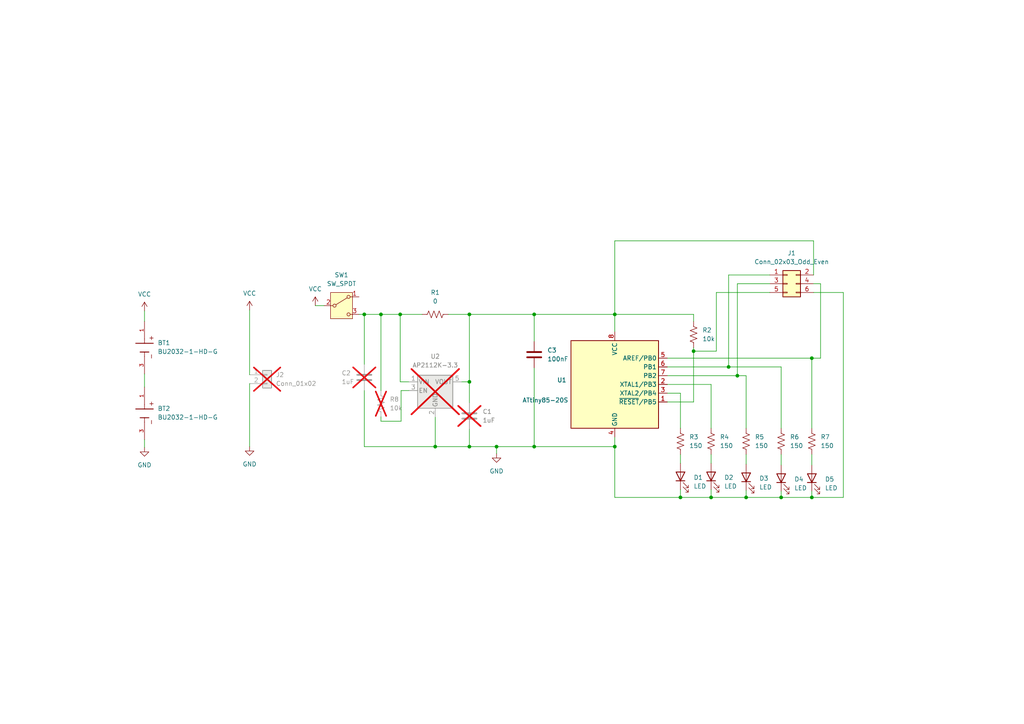
<source format=kicad_sch>
(kicad_sch (version 20230121) (generator eeschema)
  (paper "A4")
  (title_block (title "Light Up Bowtie") (date "2024-02-04") (rev "v01") (comment 4 "Author: Gregory Evans"))
  (lib_symbols
    (symbol "BU2032-1-HD-G:BU2032-1-HD-G" (pin_names (offset 1.016))
      (property "Reference" "BT" (at -6.3614 3.8138 0))
      (property "Value" "BU2032-1-HD-G" (at -6.3618 -6.3579 0))
      (symbol "BU2032-1-HD-G_0_0"
        (polyline (pts (xy -3.302 2.032) (xy -2.286 2.032)) (stroke (width 0.1524)))
        (polyline (pts (xy -2.794 2.54) (xy -2.794 1.524)) (stroke (width 0.1524)))
        (polyline (pts (xy -2.54 0) (xy -1.27 0)) (stroke (width 0.1524)))
        (polyline (pts (xy -1.27 0) (xy -1.27 -2.54)) (stroke (width 0.254)))
        (polyline (pts (xy -1.27 2.54) (xy -1.27 0)) (stroke (width 0.254)))
        (polyline (pts (xy 1.27 0) (xy 1.27 -1.27)) (stroke (width 0.254)))
        (polyline (pts (xy 1.27 0) (xy 2.54 0)) (stroke (width 0.1524)))
        (polyline (pts (xy 1.27 1.27) (xy 1.27 0)) (stroke (width 0.254)))
        (polyline (pts (xy 2.032 2.032) (xy 3.048 2.032)) (stroke (width 0.1524)))
        (pin passive line (at -7.62 0 0) (length 5.08) (name "~") (number "1"))
        (pin passive line (at 7.62 0 180) (length 5.08) (name "~") (number "3"))
      )
    )
    (symbol "Connector_Generic:Conn_01x02" (pin_names (offset 1.016) hide)
      (property "Reference" "J" (at 0 2.54 0))
      (property "Value" "Conn_01x02" (at 0 -5.08 0))
      (symbol "Conn_01x02_1_1"
        (rectangle (start -1.27 -2.413) (end 0 -2.667) (stroke (width 0.1524)))
        (rectangle (start -1.27 0.127) (end 0 -0.127) (stroke (width 0.1524)))
        (rectangle (start -1.27 1.27) (end 1.27 -3.81) (stroke (width 0.254)) (fill (type background)))
        (pin passive line (at -5.08 0 0) (length 3.81) (name "Pin_1") (number "1"))
        (pin passive line (at -5.08 -2.54 0) (length 3.81) (name "Pin_2") (number "2"))
      )
    )
    (symbol "Connector_Generic:Conn_02x03_Odd_Even" (pin_names (offset 1.016) hide)
      (property "Reference" "J" (at 1.27 5.08 0))
      (property "Value" "Conn_02x03_Odd_Even" (at 1.27 -5.08 0))
      (symbol "Conn_02x03_Odd_Even_1_1"
        (rectangle (start -1.27 -2.413) (end 0 -2.667) (stroke (width 0.1524)))
        (rectangle (start -1.27 0.127) (end 0 -0.127) (stroke (width 0.1524)))
        (rectangle (start -1.27 2.667) (end 0 2.413) (stroke (width 0.1524)))
        (rectangle (start -1.27 3.81) (end 3.81 -3.81) (stroke (width 0.254)) (fill (type background)))
        (rectangle (start 3.81 -2.413) (end 2.54 -2.667) (stroke (width 0.1524)))
        (rectangle (start 3.81 0.127) (end 2.54 -0.127) (stroke (width 0.1524)))
        (rectangle (start 3.81 2.667) (end 2.54 2.413) (stroke (width 0.1524)))
        (pin passive line (at -5.08 2.54 0) (length 3.81) (name "Pin_1") (number "1"))
        (pin passive line (at 7.62 2.54 180) (length 3.81) (name "Pin_2") (number "2"))
        (pin passive line (at -5.08 0 0) (length 3.81) (name "Pin_3") (number "3"))
        (pin passive line (at 7.62 0 180) (length 3.81) (name "Pin_4") (number "4"))
        (pin passive line (at -5.08 -2.54 0) (length 3.81) (name "Pin_5") (number "5"))
        (pin passive line (at 7.62 -2.54 180) (length 3.81) (name "Pin_6") (number "6"))
      )
    )
    (symbol "Device:C" (pin_numbers hide) (pin_names (offset 0.254))
      (property "Reference" "C" (at 0.635 2.54 0))
      (property "Value" "C" (at 0.635 -2.54 0))
      (symbol "C_0_1"
        (polyline (pts (xy -2.032 -0.762) (xy 2.032 -0.762)) (stroke (width 0.508)))
        (polyline (pts (xy -2.032 0.762) (xy 2.032 0.762)) (stroke (width 0.508)))
      )
      (symbol "C_1_1"
        (pin passive line (at 0 3.81 270) (length 2.794) (name "~") (number "1"))
        (pin passive line (at 0 -3.81 90) (length 2.794) (name "~") (number "2"))
      )
    )
    (symbol "Device:LED" (pin_numbers hide) (pin_names (offset 1.016) hide)
      (property "Reference" "D" (at 0 2.54 0))
      (property "Value" "LED" (at 0 -2.54 0))
      (symbol "LED_0_1"
        (polyline (pts (xy -1.27 -1.27) (xy -1.27 1.27)) (stroke (width 0.254)))
        (polyline (pts (xy -1.27 0) (xy 1.27 0)))
        (polyline (pts (xy 1.27 -1.27) (xy 1.27 1.27) (xy -1.27 0) (xy 1.27 -1.27)) (stroke (width 0.254)))
        (polyline (pts (xy -3.048 -0.762) (xy -4.572 -2.286) (xy -3.81 -2.286) (xy -4.572 -2.286) (xy -4.572 -1.524)))
        (polyline (pts (xy -1.778 -0.762) (xy -3.302 -2.286) (xy -2.54 -2.286) (xy -3.302 -2.286) (xy -3.302 -1.524)))
      )
      (symbol "LED_1_1"
        (pin passive line (at -3.81 0 0) (length 2.54) (name "K") (number "1"))
        (pin passive line (at 3.81 0 180) (length 2.54) (name "A") (number "2"))
      )
    )
    (symbol "Device:R_US" (pin_numbers hide) (pin_names (offset 0))
      (property "Reference" "R" (at 2.54 0 90))
      (property "Value" "R_US" (at -2.54 0 90))
      (symbol "R_US_0_1"
        (polyline (pts (xy 0 -2.286) (xy 0 -2.54)))
        (polyline (pts (xy 0 2.286) (xy 0 2.54)))
        (polyline (pts (xy 0 -0.762) (xy 1.016 -1.143) (xy 0 -1.524) (xy -1.016 -1.905) (xy 0 -2.286)))
        (polyline (pts (xy 0 0.762) (xy 1.016 0.381) (xy 0 0) (xy -1.016 -0.381) (xy 0 -0.762)))
        (polyline (pts (xy 0 2.286) (xy 1.016 1.905) (xy 0 1.524) (xy -1.016 1.143) (xy 0 0.762)))
      )
      (symbol "R_US_1_1"
        (pin passive line (at 0 3.81 270) (length 1.27) (name "~") (number "1"))
        (pin passive line (at 0 -3.81 90) (length 1.27) (name "~") (number "2"))
      )
    )
    (symbol "MCU_Microchip_ATtiny:ATtiny85-20S"
      (property "Reference" "U" (at -12.7 13.97 0))
      (property "Value" "ATtiny85-20S" (at 2.54 -13.97 0))
      (symbol "ATtiny85-20S_0_1"
        (rectangle (start -12.7 -12.7) (end 12.7 12.7) (stroke (width 0.254)) (fill (type background)))
      )
      (symbol "ATtiny85-20S_1_1"
        (pin bidirectional line (at 15.24 -5.08 180) (length 2.54) (name "~{RESET}/PB5") (number "1"))
        (pin bidirectional line (at 15.24 0 180) (length 2.54) (name "XTAL1/PB3") (number "2"))
        (pin bidirectional line (at 15.24 -2.54 180) (length 2.54) (name "XTAL2/PB4") (number "3"))
        (pin power_in line (at 0 -15.24 90) (length 2.54) (name "GND") (number "4"))
        (pin bidirectional line (at 15.24 7.62 180) (length 2.54) (name "AREF/PB0") (number "5"))
        (pin bidirectional line (at 15.24 5.08 180) (length 2.54) (name "PB1") (number "6"))
        (pin bidirectional line (at 15.24 2.54 180) (length 2.54) (name "PB2") (number "7"))
        (pin power_in line (at 0 15.24 270) (length 2.54) (name "VCC") (number "8"))
      )
    )
    (symbol "Regulator_Linear:AP2112K-3.3" (pin_names (offset 0.254))
      (property "Reference" "U" (at -5.08 5.715 0))
      (property "Value" "AP2112K-3.3" (at 0 5.715 0))
      (symbol "AP2112K-3.3_0_1"
        (rectangle (start -5.08 4.445) (end 5.08 -5.08) (stroke (width 0.254)) (fill (type background)))
      )
      (symbol "AP2112K-3.3_1_1"
        (pin power_in line (at -7.62 2.54 0) (length 2.54) (name "VIN") (number "1"))
        (pin power_in line (at 0 -7.62 90) (length 2.54) (name "GND") (number "2"))
        (pin input line (at -7.62 0 0) (length 2.54) (name "EN") (number "3"))
        (pin no_connect line (at 5.08 0 180) (length 2.54) hide (name "NC") (number "4"))
        (pin power_out line (at 7.62 2.54 180) (length 2.54) (name "VOUT") (number "5"))
      )
    )
    (symbol "Switch:SW_SPDT" (pin_names (offset 0) hide)
      (property "Reference" "SW" (at 0 5.08 0))
      (property "Value" "SW_SPDT" (at 0 -5.08 0))
      (symbol "SW_SPDT_0_1"
        (circle (center -2.032 0) (radius 0.4572))
        (polyline (pts (xy -1.651 0.254) (xy 1.651 2.286)))
        (circle (center 2.032 -2.54) (radius 0.4572))
        (circle (center 2.032 2.54) (radius 0.4572))
      )
      (symbol "SW_SPDT_1_1"
        (rectangle (start -3.175 3.81) (end 3.175 -3.81) (fill (type background)))
        (pin passive line (at 5.08 2.54 180) (length 2.54) (name "A") (number "1"))
        (pin passive line (at -5.08 0 0) (length 2.54) (name "B") (number "2"))
        (pin passive line (at 5.08 -2.54 180) (length 2.54) (name "C") (number "3"))
      )
    )
    (symbol "power:GND" (power) (pin_names (offset 0))
      (property "Value" "GND" (at 0 -3.81 0))
      (symbol "GND_0_1"
        (polyline (pts (xy 0 0) (xy 0 -1.27) (xy 1.27 -1.27) (xy 0 -2.54) (xy -1.27 -1.27) (xy 0 -1.27)))
      )
      (symbol "GND_1_1"
        (pin power_in line (at 0 0 270) (length 0) hide (name "GND") (number "1"))
      )
    )
    (symbol "power:VCC" (power) (pin_names (offset 0))
      (property "Value" "VCC" (at 0 3.81 0))
      (symbol "VCC_0_1"
        (polyline (pts (xy -0.762 1.27) (xy 0 2.54)))
        (polyline (pts (xy 0 0) (xy 0 2.54)))
        (polyline (pts (xy 0 2.54) (xy 0.762 1.27)))
      )
      (symbol "VCC_1_1"
        (pin power_in line (at 0 0 90) (length 0) hide (name "VCC") (number "1"))
      )
    )
  )
  (junction (at 136.144 129.54))
  (junction (at 235.458 144.272))
  (junction (at 211.328 106.426))
  (junction (at 105.664 91.186))
  (junction (at 235.458 103.886))
  (junction (at 178.308 129.54))
  (junction (at 136.144 91.186))
  (junction (at 178.308 91.186))
  (junction (at 116.078 91.186))
  (junction (at 201.168 101.854))
  (junction (at 154.94 129.54))
  (junction (at 206.248 144.272))
  (junction (at 144.018 129.54))
  (junction (at 197.358 144.272))
  (junction (at 216.408 144.272))
  (junction (at 226.568 144.272))
  (junction (at 126.238 129.54))
  (junction (at 213.868 108.966))
  (junction (at 136.144 110.744))
  (junction (at 154.94 91.186))
  (junction (at 110.49 91.186))
  (wire (pts (xy 201.168 101.854) (xy 201.168 116.586)))
  (wire (pts (xy 207.772 84.836) (xy 207.772 101.854)))
  (wire (pts (xy 178.308 129.54) (xy 178.308 144.272)))
  (wire (pts (xy 110.49 122.174) (xy 116.332 122.174)))
  (wire (pts (xy 116.078 91.186) (xy 116.078 110.744)))
  (wire (pts (xy 226.568 142.494) (xy 226.568 144.272)))
  (wire (pts (xy 154.94 129.54) (xy 144.018 129.54)))
  (wire (pts (xy 235.458 103.886) (xy 235.458 124.206)))
  (wire (pts (xy 136.144 124.46) (xy 136.144 129.54)))
  (wire (pts (xy 197.358 141.986) (xy 197.358 144.272)))
  (wire (pts (xy 235.966 84.836) (xy 244.602 84.836)))
  (wire (pts (xy 193.548 116.586) (xy 201.168 116.586)))
  (wire (pts (xy 154.94 91.186) (xy 154.94 99.06)))
  (wire (pts (xy 110.49 91.186) (xy 116.078 91.186)))
  (wire (pts (xy 216.408 142.24) (xy 216.408 144.272)))
  (wire (pts (xy 72.39 111.252) (xy 72.39 129.54)))
  (wire (pts (xy 213.868 108.966) (xy 216.408 108.966)))
  (wire (pts (xy 197.358 144.272) (xy 178.308 144.272)))
  (wire (pts (xy 116.078 110.744) (xy 118.618 110.744)))
  (wire (pts (xy 104.14 91.186) (xy 105.664 91.186)))
  (wire (pts (xy 193.548 111.506) (xy 206.248 111.506)))
  (wire (pts (xy 105.664 91.186) (xy 110.49 91.186)))
  (wire (pts (xy 235.458 142.494) (xy 235.458 144.272)))
  (wire (pts (xy 193.548 106.426) (xy 211.328 106.426)))
  (wire (pts (xy 206.248 111.506) (xy 206.248 124.206)))
  (wire (pts (xy 130.048 91.186) (xy 136.144 91.186)))
  (wire (pts (xy 178.308 69.85) (xy 178.308 91.186)))
  (wire (pts (xy 223.266 79.756) (xy 211.328 79.756)))
  (wire (pts (xy 235.458 144.272) (xy 226.568 144.272)))
  (wire (pts (xy 235.458 131.826) (xy 235.458 134.874)))
  (wire (pts (xy 154.94 91.186) (xy 178.308 91.186)))
  (wire (pts (xy 211.328 106.426) (xy 226.568 106.426)))
  (wire (pts (xy 197.358 114.046) (xy 197.358 124.206)))
  (wire (pts (xy 206.248 144.272) (xy 197.358 144.272)))
  (wire (pts (xy 116.332 113.284) (xy 118.618 113.284)))
  (wire (pts (xy 72.39 108.712) (xy 72.39 89.916)))
  (wire (pts (xy 226.568 144.272) (xy 216.408 144.272)))
  (wire (pts (xy 178.308 91.186) (xy 178.308 96.266)))
  (wire (pts (xy 41.91 127.508) (xy 41.91 129.794)))
  (wire (pts (xy 126.238 120.904) (xy 126.238 129.54)))
  (wire (pts (xy 213.868 82.296) (xy 223.266 82.296)))
  (wire (pts (xy 226.568 106.426) (xy 226.568 124.206)))
  (wire (pts (xy 105.664 91.186) (xy 105.664 105.664)))
  (wire (pts (xy 136.144 110.744) (xy 136.144 116.84)))
  (wire (pts (xy 207.772 101.854) (xy 201.168 101.854)))
  (wire (pts (xy 244.602 84.836) (xy 244.602 144.272)))
  (wire (pts (xy 216.408 131.826) (xy 216.408 134.62)))
  (wire (pts (xy 206.248 141.986) (xy 206.248 144.272)))
  (wire (pts (xy 201.168 93.218) (xy 201.168 91.186)))
  (wire (pts (xy 201.168 100.838) (xy 201.168 101.854)))
  (wire (pts (xy 136.144 91.186) (xy 154.94 91.186)))
  (wire (pts (xy 133.858 110.744) (xy 136.144 110.744)))
  (wire (pts (xy 235.966 82.296) (xy 237.998 82.296)))
  (wire (pts (xy 213.868 82.296) (xy 213.868 108.966)))
  (wire (pts (xy 116.078 91.186) (xy 122.428 91.186)))
  (wire (pts (xy 105.664 129.54) (xy 126.238 129.54)))
  (wire (pts (xy 126.238 129.54) (xy 136.144 129.54)))
  (wire (pts (xy 110.49 122.174) (xy 110.49 120.904)))
  (wire (pts (xy 244.602 144.272) (xy 235.458 144.272)))
  (wire (pts (xy 154.94 106.68) (xy 154.94 129.54)))
  (wire (pts (xy 235.966 79.756) (xy 235.966 69.85)))
  (wire (pts (xy 193.548 103.886) (xy 235.458 103.886)))
  (wire (pts (xy 105.664 113.284) (xy 105.664 129.54)))
  (wire (pts (xy 216.408 144.272) (xy 206.248 144.272)))
  (wire (pts (xy 41.91 90.17) (xy 41.91 93.218)))
  (wire (pts (xy 201.168 91.186) (xy 178.308 91.186)))
  (wire (pts (xy 237.998 82.296) (xy 237.998 103.886)))
  (wire (pts (xy 136.144 91.186) (xy 136.144 110.744)))
  (wire (pts (xy 226.568 131.826) (xy 226.568 134.874)))
  (wire (pts (xy 116.332 113.284) (xy 116.332 122.174)))
  (wire (pts (xy 197.358 131.826) (xy 197.358 134.366)))
  (wire (pts (xy 154.94 129.54) (xy 178.308 129.54)))
  (wire (pts (xy 136.144 129.54) (xy 144.018 129.54)))
  (wire (pts (xy 211.328 79.756) (xy 211.328 106.426)))
  (wire (pts (xy 235.966 69.85) (xy 178.308 69.85)))
  (wire (pts (xy 223.266 84.836) (xy 207.772 84.836)))
  (wire (pts (xy 193.548 108.966) (xy 213.868 108.966)))
  (wire (pts (xy 91.44 88.646) (xy 93.98 88.646)))
  (wire (pts (xy 237.998 103.886) (xy 235.458 103.886)))
  (wire (pts (xy 206.248 131.826) (xy 206.248 134.366)))
  (wire (pts (xy 193.548 114.046) (xy 197.358 114.046)))
  (wire (pts (xy 110.49 91.186) (xy 110.49 113.284)))
  (wire (pts (xy 178.308 126.746) (xy 178.308 129.54)))
  (wire (pts (xy 213.868 109.474) (xy 213.868 108.966)))
  (wire (pts (xy 41.91 108.458) (xy 41.91 112.268)))
  (wire (pts (xy 144.018 129.54) (xy 144.018 131.572)))
  (wire (pts (xy 216.408 108.966) (xy 216.408 124.206)))
  (symbol (lib_id "Device:R_US") (at 110.49 117.094 0) (unit 1) (dnp yes)
    (property "Reference" "R8" (at 113.03 115.824 0) (effects (justify left)))
    (property "Value" "10k" (at 113.03 118.364 0) (effects (justify left)))
  )
  (symbol (lib_id "Device:LED") (at 235.458 138.684 90) (unit 1)
    (property "Reference" "D5" (at 239.268 139.0015 90) (effects (justify right)))
    (property "Value" "LED" (at 239.268 141.5415 90) (effects (justify right)))
    (property "Footprint" "LED_SMD:LED_1206_3216Metric_Pad1.42x1.75mm_HandSolder" (effects hide))
  )
  (symbol (lib_id "Connector_Generic:Conn_01x02") (at 77.47 108.712 0) (unit 1) (dnp yes)
    (property "Reference" "J2" (at 80.01 108.712 0) (effects (justify left)))
    (property "Value" "Conn_01x02" (at 80.01 111.252 0) (effects (justify left)))
  )
  (symbol (lib_id "Device:LED") (at 206.248 138.176 90) (unit 1)
    (property "Reference" "D2" (at 210.058 138.4935 90) (effects (justify right)))
    (property "Value" "LED" (at 210.058 141.0335 90) (effects (justify right)))
    (property "Footprint" "LED_SMD:LED_1206_3216Metric_Pad1.42x1.75mm_HandSolder" (effects hide))
  )
  (symbol (lib_id "Connector_Generic:Conn_02x03_Odd_Even") (at 228.346 82.296 0) (unit 1)
    (property "Reference" "J1" (at 229.616 73.406 0))
    (property "Value" "Conn_02x03_Odd_Even" (at 229.616 75.946 0))
  )
  (symbol (lib_id "BU2032-1-HD-G:BU2032-1-HD-G") (at 41.91 100.838 270) (unit 1)
    (property "Reference" "BT1" (at 45.72 99.441 90) (effects (justify left)))
    (property "Value" "BU2032-1-HD-G" (at 45.72 101.981 90) (effects (justify left)))
    (property "Footprint" "BU2032_1_HD_G:BAT_BU2032-1-HD-G" (effects hide))
    (property "MF" "MPD _Memory" (effects hide))
    (property "MAXIMUM_PACKAGE_HEIGHT" "5.30mm" (effects hide))
    (property "PACKAGE" "None" (effects hide))
    (property "PRICE" "None" (effects hide))
    (property "PARTREV" "J" (effects hide))
    (property "MP" "BU2032SM-HD-G" (effects hide))
    (property "AVAILABILITY" "Unavailable" (effects hide))
    (property "DESCRIPTION" "BATTERY HOLDER COIN 20MM SMD" (effects hide))
  )
  (symbol (lib_id "MCU_Microchip_ATtiny:ATtiny85-20S") (at 178.308 111.506 0) (unit 1)
    (property "Reference" "U1" (at 164.338 110.236 0) (effects (justify right)))
    (property "Value" "ATtiny85-20S" (at 164.846 116.078 0) (effects (justify right)))
    (property "Footprint" "Package_SO:SOIC-8W_5.3x5.3mm_P1.27mm" (effects hide))
    (property "Datasheet" "http://ww1.microchip.com/downloads/en/DeviceDoc/atmel-2586-avr-8-bit-microcontroller-attiny25-attiny45-attiny85_datasheet.pdf" (effects hide))
  )
  (symbol (lib_id "Regulator_Linear:AP2112K-3.3") (at 126.238 113.284 0) (unit 1) (dnp yes)
    (property "Reference" "U2" (at 126.238 103.378 0))
    (property "Value" "AP2112K-3.3" (at 126.238 105.918 0))
    (property "Footprint" "Package_TO_SOT_SMD:SOT-23-5" (effects hide))
    (property "Datasheet" "https://www.diodes.com/assets/Datasheets/AP2112.pdf" (effects hide))
  )
  (symbol (lib_id "Device:R_US") (at 126.238 91.186 90) (unit 1)
    (property "Reference" "R1" (at 126.238 84.836 90))
    (property "Value" "0" (at 126.238 87.376 90))
    (property "Footprint" "Resistor_SMD:R_0603_1608Metric_Pad0.98x0.95mm_HandSolder" (effects hide))
  )
  (symbol (lib_id "Device:C") (at 154.94 102.87 0) (unit 1)
    (property "Reference" "C3" (at 158.75 101.6 0) (effects (justify left)))
    (property "Value" "100nF" (at 158.75 104.14 0) (effects (justify left)))
    (property "Footprint" "Capacitor_SMD:C_0402_1005Metric_Pad0.74x0.62mm_HandSolder" (effects hide))
  )
  (symbol (lib_id "Device:LED") (at 197.358 138.176 90) (unit 1)
    (property "Reference" "D1" (at 201.168 138.4935 90) (effects (justify right)))
    (property "Value" "LED" (at 201.168 141.0335 90) (effects (justify right)))
    (property "Footprint" "LED_SMD:LED_1206_3216Metric_Pad1.42x1.75mm_HandSolder" (effects hide))
  )
  (symbol (lib_id "power:GND") (at 72.39 129.54 0) (unit 1)
    (property "Reference" "#PWR06" (effects hide))
    (property "Value" "GND" (at 72.39 134.62 0))
  )
  (symbol (lib_id "Device:C") (at 105.664 109.474 0) (unit 1) (dnp yes)
    (property "Reference" "C2" (at 99.06 108.204 0) (effects (justify left)))
    (property "Value" "1uF" (at 99.06 110.744 0) (effects (justify left)))
    (property "Footprint" "Capacitor_SMD:C_0402_1005Metric_Pad0.74x0.62mm_HandSolder" (effects hide))
  )
  (symbol (lib_id "Device:R_US") (at 216.408 128.016 0) (unit 1)
    (property "Reference" "R5" (at 218.948 126.746 0) (effects (justify left)))
    (property "Value" "150" (at 218.948 129.286 0) (effects (justify left)))
    (property "Footprint" "Resistor_SMD:R_0603_1608Metric_Pad0.98x0.95mm_HandSolder" (effects hide))
  )
  (symbol (lib_id "Device:C") (at 136.144 120.65 0) (unit 1) (dnp yes)
    (property "Reference" "C1" (at 139.954 119.38 0) (effects (justify left)))
    (property "Value" "1uF" (at 139.954 121.92 0) (effects (justify left)))
    (property "Footprint" "Capacitor_SMD:C_0402_1005Metric_Pad0.74x0.62mm_HandSolder" (effects hide))
  )
  (symbol (lib_id "Device:R_US") (at 201.168 97.028 0) (unit 1)
    (property "Reference" "R2" (at 203.708 95.758 0) (effects (justify left)))
    (property "Value" "10k" (at 203.708 98.298 0) (effects (justify left)))
    (property "Footprint" "Resistor_SMD:R_0603_1608Metric_Pad0.98x0.95mm_HandSolder" (effects hide))
  )
  (symbol (lib_id "Device:LED") (at 226.568 138.684 90) (unit 1)
    (property "Reference" "D4" (at 230.378 139.0015 90) (effects (justify right)))
    (property "Value" "LED" (at 230.378 141.5415 90) (effects (justify right)))
    (property "Footprint" "LED_SMD:LED_1206_3216Metric_Pad1.42x1.75mm_HandSolder" (effects hide))
  )
  (symbol (lib_id "Device:R_US") (at 226.568 128.016 0) (unit 1)
    (property "Reference" "R6" (at 229.108 126.746 0) (effects (justify left)))
    (property "Value" "150" (at 229.108 129.286 0) (effects (justify left)))
    (property "Footprint" "Resistor_SMD:R_0603_1608Metric_Pad0.98x0.95mm_HandSolder" (effects hide))
  )
  (symbol (lib_id "power:VCC") (at 91.44 88.646 0) (unit 1)
    (property "Reference" "#PWR02" (effects hide))
    (property "Value" "VCC" (at 91.44 83.82 0))
  )
  (symbol (lib_id "BU2032-1-HD-G:BU2032-1-HD-G") (at 41.91 119.888 270) (unit 1)
    (property "Reference" "BT2" (at 45.72 118.491 90) (effects (justify left)))
    (property "Value" "BU2032-1-HD-G" (at 45.72 121.031 90) (effects (justify left)))
    (property "Footprint" "BU2032_1_HD_G:BAT_BU2032-1-HD-G" (effects hide))
    (property "MF" "MPD _Memory" (effects hide))
    (property "MAXIMUM_PACKAGE_HEIGHT" "5.30mm" (effects hide))
    (property "PACKAGE" "None" (effects hide))
    (property "PRICE" "None" (effects hide))
    (property "PARTREV" "J" (effects hide))
    (property "MP" "BU2032SM-HD-G" (effects hide))
    (property "AVAILABILITY" "Unavailable" (effects hide))
    (property "DESCRIPTION" "BATTERY HOLDER COIN 20MM SMD" (effects hide))
  )
  (symbol (lib_id "power:GND") (at 41.91 129.794 0) (unit 1)
    (property "Reference" "#PWR03" (effects hide))
    (property "Value" "GND" (at 41.91 134.874 0))
  )
  (symbol (lib_id "Device:R_US") (at 235.458 128.016 0) (unit 1)
    (property "Reference" "R7" (at 237.998 126.746 0) (effects (justify left)))
    (property "Value" "150" (at 237.998 129.286 0) (effects (justify left)))
    (property "Footprint" "Resistor_SMD:R_0603_1608Metric_Pad0.98x0.95mm_HandSolder" (effects hide))
  )
  (symbol (lib_id "Device:R_US") (at 206.248 128.016 0) (unit 1)
    (property "Reference" "R4" (at 208.788 126.746 0) (effects (justify left)))
    (property "Value" "150" (at 208.788 129.286 0) (effects (justify left)))
    (property "Footprint" "Resistor_SMD:R_0603_1608Metric_Pad0.98x0.95mm_HandSolder" (effects hide))
  )
  (symbol (lib_id "Switch:SW_SPDT") (at 99.06 88.646 0) (unit 1)
    (property "Reference" "SW1" (at 99.06 79.756 0))
    (property "Value" "SW_SPDT" (at 99.06 82.296 0))
    (property "Footprint" "light_up_bowtie:EG1218" (effects hide))
  )
  (symbol (lib_id "Device:R_US") (at 197.358 128.016 0) (unit 1)
    (property "Reference" "R3" (at 199.898 126.746 0) (effects (justify left)))
    (property "Value" "150" (at 199.898 129.286 0) (effects (justify left)))
    (property "Footprint" "Resistor_SMD:R_0603_1608Metric_Pad0.98x0.95mm_HandSolder" (effects hide))
  )
  (symbol (lib_id "Device:LED") (at 216.408 138.43 90) (unit 1)
    (property "Reference" "D3" (at 220.218 138.7475 90) (effects (justify right)))
    (property "Value" "LED" (at 220.218 141.2875 90) (effects (justify right)))
    (property "Footprint" "LED_SMD:LED_1206_3216Metric_Pad1.42x1.75mm_HandSolder" (effects hide))
  )
  (symbol (lib_id "power:VCC") (at 72.39 89.916 0) (unit 1)
    (property "Reference" "#PWR05" (effects hide))
    (property "Value" "VCC" (at 72.39 85.09 0))
  )
  (symbol (lib_id "power:GND") (at 144.018 131.572 0) (unit 1)
    (property "Reference" "#PWR04" (effects hide))
    (property "Value" "GND" (at 144.018 136.652 0))
  )
  (symbol (lib_id "power:VCC") (at 41.91 90.17 0) (unit 1)
    (property "Reference" "#PWR01" (effects hide))
    (property "Value" "VCC" (at 41.91 85.344 0))
  )
)
</source>
